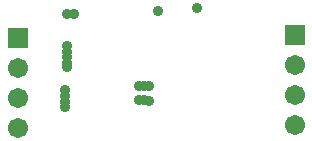
<source format=gbs>
G04*
G04 #@! TF.GenerationSoftware,Altium Limited,Altium NEXUS,1.1.6 (48)*
G04*
G04 Layer_Color=16711935*
%FSLAX25Y25*%
%MOIN*%
G70*
G01*
G75*
%ADD27C,0.06706*%
%ADD28R,0.06706X0.06706*%
%ADD29C,0.03556*%
D27*
X99587Y13598D02*
D03*
Y23598D02*
D03*
Y33598D02*
D03*
X7087Y12598D02*
D03*
Y22598D02*
D03*
Y32598D02*
D03*
D28*
X99587Y43598D02*
D03*
X7087Y42598D02*
D03*
D29*
X50787Y21567D02*
D03*
X50842Y26378D02*
D03*
X23622Y50394D02*
D03*
X25984D02*
D03*
X66984Y52362D02*
D03*
X47638Y26378D02*
D03*
Y21654D02*
D03*
X22835Y19291D02*
D03*
X49213Y21654D02*
D03*
Y26378D02*
D03*
X23622Y39764D02*
D03*
X22835Y25197D02*
D03*
Y21260D02*
D03*
Y23228D02*
D03*
X23622Y32677D02*
D03*
Y34252D02*
D03*
Y36220D02*
D03*
Y37795D02*
D03*
X53937Y51575D02*
D03*
M02*

</source>
